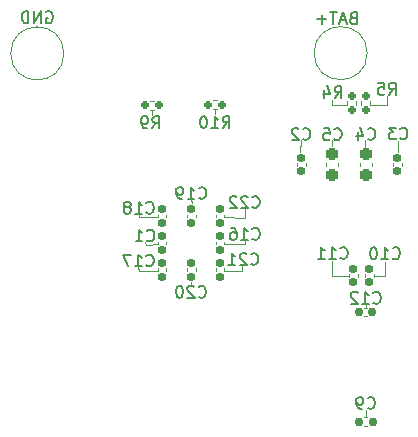
<source format=gbo>
G04 #@! TF.GenerationSoftware,KiCad,Pcbnew,8.0.4*
G04 #@! TF.CreationDate,2024-10-04T10:02:04-04:00*
G04 #@! TF.ProjectId,BlueSTM32,426c7565-5354-44d3-9332-2e6b69636164,rev?*
G04 #@! TF.SameCoordinates,Original*
G04 #@! TF.FileFunction,Legend,Bot*
G04 #@! TF.FilePolarity,Positive*
%FSLAX46Y46*%
G04 Gerber Fmt 4.6, Leading zero omitted, Abs format (unit mm)*
G04 Created by KiCad (PCBNEW 8.0.4) date 2024-10-04 10:02:04*
%MOMM*%
%LPD*%
G01*
G04 APERTURE LIST*
G04 Aperture macros list*
%AMRoundRect*
0 Rectangle with rounded corners*
0 $1 Rounding radius*
0 $2 $3 $4 $5 $6 $7 $8 $9 X,Y pos of 4 corners*
0 Add a 4 corners polygon primitive as box body*
4,1,4,$2,$3,$4,$5,$6,$7,$8,$9,$2,$3,0*
0 Add four circle primitives for the rounded corners*
1,1,$1+$1,$2,$3*
1,1,$1+$1,$4,$5*
1,1,$1+$1,$6,$7*
1,1,$1+$1,$8,$9*
0 Add four rect primitives between the rounded corners*
20,1,$1+$1,$2,$3,$4,$5,0*
20,1,$1+$1,$4,$5,$6,$7,0*
20,1,$1+$1,$6,$7,$8,$9,0*
20,1,$1+$1,$8,$9,$2,$3,0*%
G04 Aperture macros list end*
%ADD10C,0.100000*%
%ADD11C,0.150000*%
%ADD12C,0.120000*%
%ADD13C,0.010000*%
%ADD14C,0.990600*%
%ADD15RoundRect,0.155000X0.155000X-0.212500X0.155000X0.212500X-0.155000X0.212500X-0.155000X-0.212500X0*%
%ADD16RoundRect,0.155000X-0.155000X0.212500X-0.155000X-0.212500X0.155000X-0.212500X0.155000X0.212500X0*%
%ADD17RoundRect,0.237500X0.237500X-0.300000X0.237500X0.300000X-0.237500X0.300000X-0.237500X-0.300000X0*%
%ADD18C,4.000000*%
%ADD19RoundRect,0.160000X-0.160000X0.197500X-0.160000X-0.197500X0.160000X-0.197500X0.160000X0.197500X0*%
%ADD20RoundRect,0.155000X0.212500X0.155000X-0.212500X0.155000X-0.212500X-0.155000X0.212500X-0.155000X0*%
%ADD21RoundRect,0.155000X-0.212500X-0.155000X0.212500X-0.155000X0.212500X0.155000X-0.212500X0.155000X0*%
%ADD22RoundRect,0.160000X0.160000X-0.197500X0.160000X0.197500X-0.160000X0.197500X-0.160000X-0.197500X0*%
%ADD23RoundRect,0.160000X-0.197500X-0.160000X0.197500X-0.160000X0.197500X0.160000X-0.197500X0.160000X0*%
%ADD24RoundRect,0.237500X-0.237500X0.300000X-0.237500X-0.300000X0.237500X-0.300000X0.237500X0.300000X0*%
%ADD25RoundRect,0.160000X0.197500X0.160000X-0.197500X0.160000X-0.197500X-0.160000X0.197500X-0.160000X0*%
G04 APERTURE END LIST*
D10*
X182300000Y-121530000D02*
X182290000Y-122770000D01*
X172370000Y-108680000D02*
X172370000Y-109090000D01*
X179610000Y-111330000D02*
X179600000Y-112290000D01*
X170330000Y-123590000D02*
X170330000Y-123300000D01*
X182290000Y-108290000D02*
X182300000Y-107870000D01*
X174870000Y-120130000D02*
X174880000Y-119760000D01*
X165910000Y-122400000D02*
X165890000Y-122000000D01*
X186950000Y-108300000D02*
X186950000Y-107570000D01*
X167530000Y-117835835D02*
X165910000Y-117840000D01*
X174690000Y-122400000D02*
X174670000Y-121890000D01*
X182270000Y-111280000D02*
X182260000Y-111810000D01*
X185120000Y-125200000D02*
X185132500Y-125492500D01*
X173170000Y-122395835D02*
X174690000Y-122400000D01*
X173170000Y-120125835D02*
X174870000Y-120130000D01*
X182290000Y-122770000D02*
X183720000Y-122770000D01*
X170350000Y-116290000D02*
X170380000Y-116640000D01*
X187880000Y-111410000D02*
X187880000Y-112280000D01*
X185517500Y-108297621D02*
X186950000Y-108300000D01*
X165910000Y-117840000D02*
X165910000Y-117520000D01*
X174900000Y-117850000D02*
X174890000Y-117050000D01*
X185142500Y-134772500D02*
X185150000Y-134180000D01*
X166490000Y-120150000D02*
X166470000Y-119900000D01*
X167540000Y-122395835D02*
X165910000Y-122400000D01*
X186770000Y-122770000D02*
X185800000Y-122770000D01*
X186750000Y-121590000D02*
X186770000Y-122770000D01*
X167005000Y-108780000D02*
X167015000Y-109200000D01*
X167540000Y-120125835D02*
X166490000Y-120150000D01*
X185090000Y-111300000D02*
X185090000Y-111850000D01*
X183547500Y-108287621D02*
X182290000Y-108290000D01*
X173170000Y-117835835D02*
X174900000Y-117850000D01*
D11*
X179806666Y-111179580D02*
X179854285Y-111227200D01*
X179854285Y-111227200D02*
X179997142Y-111274819D01*
X179997142Y-111274819D02*
X180092380Y-111274819D01*
X180092380Y-111274819D02*
X180235237Y-111227200D01*
X180235237Y-111227200D02*
X180330475Y-111131961D01*
X180330475Y-111131961D02*
X180378094Y-111036723D01*
X180378094Y-111036723D02*
X180425713Y-110846247D01*
X180425713Y-110846247D02*
X180425713Y-110703390D01*
X180425713Y-110703390D02*
X180378094Y-110512914D01*
X180378094Y-110512914D02*
X180330475Y-110417676D01*
X180330475Y-110417676D02*
X180235237Y-110322438D01*
X180235237Y-110322438D02*
X180092380Y-110274819D01*
X180092380Y-110274819D02*
X179997142Y-110274819D01*
X179997142Y-110274819D02*
X179854285Y-110322438D01*
X179854285Y-110322438D02*
X179806666Y-110370057D01*
X179425713Y-110370057D02*
X179378094Y-110322438D01*
X179378094Y-110322438D02*
X179282856Y-110274819D01*
X179282856Y-110274819D02*
X179044761Y-110274819D01*
X179044761Y-110274819D02*
X178949523Y-110322438D01*
X178949523Y-110322438D02*
X178901904Y-110370057D01*
X178901904Y-110370057D02*
X178854285Y-110465295D01*
X178854285Y-110465295D02*
X178854285Y-110560533D01*
X178854285Y-110560533D02*
X178901904Y-110703390D01*
X178901904Y-110703390D02*
X179473332Y-111274819D01*
X179473332Y-111274819D02*
X178854285Y-111274819D01*
X166562857Y-117419580D02*
X166610476Y-117467200D01*
X166610476Y-117467200D02*
X166753333Y-117514819D01*
X166753333Y-117514819D02*
X166848571Y-117514819D01*
X166848571Y-117514819D02*
X166991428Y-117467200D01*
X166991428Y-117467200D02*
X167086666Y-117371961D01*
X167086666Y-117371961D02*
X167134285Y-117276723D01*
X167134285Y-117276723D02*
X167181904Y-117086247D01*
X167181904Y-117086247D02*
X167181904Y-116943390D01*
X167181904Y-116943390D02*
X167134285Y-116752914D01*
X167134285Y-116752914D02*
X167086666Y-116657676D01*
X167086666Y-116657676D02*
X166991428Y-116562438D01*
X166991428Y-116562438D02*
X166848571Y-116514819D01*
X166848571Y-116514819D02*
X166753333Y-116514819D01*
X166753333Y-116514819D02*
X166610476Y-116562438D01*
X166610476Y-116562438D02*
X166562857Y-116610057D01*
X165610476Y-117514819D02*
X166181904Y-117514819D01*
X165896190Y-117514819D02*
X165896190Y-116514819D01*
X165896190Y-116514819D02*
X165991428Y-116657676D01*
X165991428Y-116657676D02*
X166086666Y-116752914D01*
X166086666Y-116752914D02*
X166181904Y-116800533D01*
X165039047Y-116943390D02*
X165134285Y-116895771D01*
X165134285Y-116895771D02*
X165181904Y-116848152D01*
X165181904Y-116848152D02*
X165229523Y-116752914D01*
X165229523Y-116752914D02*
X165229523Y-116705295D01*
X165229523Y-116705295D02*
X165181904Y-116610057D01*
X165181904Y-116610057D02*
X165134285Y-116562438D01*
X165134285Y-116562438D02*
X165039047Y-116514819D01*
X165039047Y-116514819D02*
X164848571Y-116514819D01*
X164848571Y-116514819D02*
X164753333Y-116562438D01*
X164753333Y-116562438D02*
X164705714Y-116610057D01*
X164705714Y-116610057D02*
X164658095Y-116705295D01*
X164658095Y-116705295D02*
X164658095Y-116752914D01*
X164658095Y-116752914D02*
X164705714Y-116848152D01*
X164705714Y-116848152D02*
X164753333Y-116895771D01*
X164753333Y-116895771D02*
X164848571Y-116943390D01*
X164848571Y-116943390D02*
X165039047Y-116943390D01*
X165039047Y-116943390D02*
X165134285Y-116991009D01*
X165134285Y-116991009D02*
X165181904Y-117038628D01*
X165181904Y-117038628D02*
X165229523Y-117133866D01*
X165229523Y-117133866D02*
X165229523Y-117324342D01*
X165229523Y-117324342D02*
X165181904Y-117419580D01*
X165181904Y-117419580D02*
X165134285Y-117467200D01*
X165134285Y-117467200D02*
X165039047Y-117514819D01*
X165039047Y-117514819D02*
X164848571Y-117514819D01*
X164848571Y-117514819D02*
X164753333Y-117467200D01*
X164753333Y-117467200D02*
X164705714Y-117419580D01*
X164705714Y-117419580D02*
X164658095Y-117324342D01*
X164658095Y-117324342D02*
X164658095Y-117133866D01*
X164658095Y-117133866D02*
X164705714Y-117038628D01*
X164705714Y-117038628D02*
X164753333Y-116991009D01*
X164753333Y-116991009D02*
X164848571Y-116943390D01*
X170972857Y-124539580D02*
X171020476Y-124587200D01*
X171020476Y-124587200D02*
X171163333Y-124634819D01*
X171163333Y-124634819D02*
X171258571Y-124634819D01*
X171258571Y-124634819D02*
X171401428Y-124587200D01*
X171401428Y-124587200D02*
X171496666Y-124491961D01*
X171496666Y-124491961D02*
X171544285Y-124396723D01*
X171544285Y-124396723D02*
X171591904Y-124206247D01*
X171591904Y-124206247D02*
X171591904Y-124063390D01*
X171591904Y-124063390D02*
X171544285Y-123872914D01*
X171544285Y-123872914D02*
X171496666Y-123777676D01*
X171496666Y-123777676D02*
X171401428Y-123682438D01*
X171401428Y-123682438D02*
X171258571Y-123634819D01*
X171258571Y-123634819D02*
X171163333Y-123634819D01*
X171163333Y-123634819D02*
X171020476Y-123682438D01*
X171020476Y-123682438D02*
X170972857Y-123730057D01*
X170591904Y-123730057D02*
X170544285Y-123682438D01*
X170544285Y-123682438D02*
X170449047Y-123634819D01*
X170449047Y-123634819D02*
X170210952Y-123634819D01*
X170210952Y-123634819D02*
X170115714Y-123682438D01*
X170115714Y-123682438D02*
X170068095Y-123730057D01*
X170068095Y-123730057D02*
X170020476Y-123825295D01*
X170020476Y-123825295D02*
X170020476Y-123920533D01*
X170020476Y-123920533D02*
X170068095Y-124063390D01*
X170068095Y-124063390D02*
X170639523Y-124634819D01*
X170639523Y-124634819D02*
X170020476Y-124634819D01*
X169401428Y-123634819D02*
X169306190Y-123634819D01*
X169306190Y-123634819D02*
X169210952Y-123682438D01*
X169210952Y-123682438D02*
X169163333Y-123730057D01*
X169163333Y-123730057D02*
X169115714Y-123825295D01*
X169115714Y-123825295D02*
X169068095Y-124015771D01*
X169068095Y-124015771D02*
X169068095Y-124253866D01*
X169068095Y-124253866D02*
X169115714Y-124444342D01*
X169115714Y-124444342D02*
X169163333Y-124539580D01*
X169163333Y-124539580D02*
X169210952Y-124587200D01*
X169210952Y-124587200D02*
X169306190Y-124634819D01*
X169306190Y-124634819D02*
X169401428Y-124634819D01*
X169401428Y-124634819D02*
X169496666Y-124587200D01*
X169496666Y-124587200D02*
X169544285Y-124539580D01*
X169544285Y-124539580D02*
X169591904Y-124444342D01*
X169591904Y-124444342D02*
X169639523Y-124253866D01*
X169639523Y-124253866D02*
X169639523Y-124015771D01*
X169639523Y-124015771D02*
X169591904Y-123825295D01*
X169591904Y-123825295D02*
X169544285Y-123730057D01*
X169544285Y-123730057D02*
X169496666Y-123682438D01*
X169496666Y-123682438D02*
X169401428Y-123634819D01*
X166606666Y-119779580D02*
X166654285Y-119827200D01*
X166654285Y-119827200D02*
X166797142Y-119874819D01*
X166797142Y-119874819D02*
X166892380Y-119874819D01*
X166892380Y-119874819D02*
X167035237Y-119827200D01*
X167035237Y-119827200D02*
X167130475Y-119731961D01*
X167130475Y-119731961D02*
X167178094Y-119636723D01*
X167178094Y-119636723D02*
X167225713Y-119446247D01*
X167225713Y-119446247D02*
X167225713Y-119303390D01*
X167225713Y-119303390D02*
X167178094Y-119112914D01*
X167178094Y-119112914D02*
X167130475Y-119017676D01*
X167130475Y-119017676D02*
X167035237Y-118922438D01*
X167035237Y-118922438D02*
X166892380Y-118874819D01*
X166892380Y-118874819D02*
X166797142Y-118874819D01*
X166797142Y-118874819D02*
X166654285Y-118922438D01*
X166654285Y-118922438D02*
X166606666Y-118970057D01*
X165654285Y-119874819D02*
X166225713Y-119874819D01*
X165939999Y-119874819D02*
X165939999Y-118874819D01*
X165939999Y-118874819D02*
X166035237Y-119017676D01*
X166035237Y-119017676D02*
X166130475Y-119112914D01*
X166130475Y-119112914D02*
X166225713Y-119160533D01*
X182466666Y-111199580D02*
X182514285Y-111247200D01*
X182514285Y-111247200D02*
X182657142Y-111294819D01*
X182657142Y-111294819D02*
X182752380Y-111294819D01*
X182752380Y-111294819D02*
X182895237Y-111247200D01*
X182895237Y-111247200D02*
X182990475Y-111151961D01*
X182990475Y-111151961D02*
X183038094Y-111056723D01*
X183038094Y-111056723D02*
X183085713Y-110866247D01*
X183085713Y-110866247D02*
X183085713Y-110723390D01*
X183085713Y-110723390D02*
X183038094Y-110532914D01*
X183038094Y-110532914D02*
X182990475Y-110437676D01*
X182990475Y-110437676D02*
X182895237Y-110342438D01*
X182895237Y-110342438D02*
X182752380Y-110294819D01*
X182752380Y-110294819D02*
X182657142Y-110294819D01*
X182657142Y-110294819D02*
X182514285Y-110342438D01*
X182514285Y-110342438D02*
X182466666Y-110390057D01*
X181561904Y-110294819D02*
X182038094Y-110294819D01*
X182038094Y-110294819D02*
X182085713Y-110771009D01*
X182085713Y-110771009D02*
X182038094Y-110723390D01*
X182038094Y-110723390D02*
X181942856Y-110675771D01*
X181942856Y-110675771D02*
X181704761Y-110675771D01*
X181704761Y-110675771D02*
X181609523Y-110723390D01*
X181609523Y-110723390D02*
X181561904Y-110771009D01*
X181561904Y-110771009D02*
X181514285Y-110866247D01*
X181514285Y-110866247D02*
X181514285Y-111104342D01*
X181514285Y-111104342D02*
X181561904Y-111199580D01*
X181561904Y-111199580D02*
X181609523Y-111247200D01*
X181609523Y-111247200D02*
X181704761Y-111294819D01*
X181704761Y-111294819D02*
X181942856Y-111294819D01*
X181942856Y-111294819D02*
X182038094Y-111247200D01*
X182038094Y-111247200D02*
X182085713Y-111199580D01*
X184057142Y-100931009D02*
X183914285Y-100978628D01*
X183914285Y-100978628D02*
X183866666Y-101026247D01*
X183866666Y-101026247D02*
X183819047Y-101121485D01*
X183819047Y-101121485D02*
X183819047Y-101264342D01*
X183819047Y-101264342D02*
X183866666Y-101359580D01*
X183866666Y-101359580D02*
X183914285Y-101407200D01*
X183914285Y-101407200D02*
X184009523Y-101454819D01*
X184009523Y-101454819D02*
X184390475Y-101454819D01*
X184390475Y-101454819D02*
X184390475Y-100454819D01*
X184390475Y-100454819D02*
X184057142Y-100454819D01*
X184057142Y-100454819D02*
X183961904Y-100502438D01*
X183961904Y-100502438D02*
X183914285Y-100550057D01*
X183914285Y-100550057D02*
X183866666Y-100645295D01*
X183866666Y-100645295D02*
X183866666Y-100740533D01*
X183866666Y-100740533D02*
X183914285Y-100835771D01*
X183914285Y-100835771D02*
X183961904Y-100883390D01*
X183961904Y-100883390D02*
X184057142Y-100931009D01*
X184057142Y-100931009D02*
X184390475Y-100931009D01*
X183438094Y-101169104D02*
X182961904Y-101169104D01*
X183533332Y-101454819D02*
X183199999Y-100454819D01*
X183199999Y-100454819D02*
X182866666Y-101454819D01*
X182676189Y-100454819D02*
X182104761Y-100454819D01*
X182390475Y-101454819D02*
X182390475Y-100454819D01*
X181771427Y-101073866D02*
X181009523Y-101073866D01*
X181390475Y-101454819D02*
X181390475Y-100692914D01*
X166552857Y-121899580D02*
X166600476Y-121947200D01*
X166600476Y-121947200D02*
X166743333Y-121994819D01*
X166743333Y-121994819D02*
X166838571Y-121994819D01*
X166838571Y-121994819D02*
X166981428Y-121947200D01*
X166981428Y-121947200D02*
X167076666Y-121851961D01*
X167076666Y-121851961D02*
X167124285Y-121756723D01*
X167124285Y-121756723D02*
X167171904Y-121566247D01*
X167171904Y-121566247D02*
X167171904Y-121423390D01*
X167171904Y-121423390D02*
X167124285Y-121232914D01*
X167124285Y-121232914D02*
X167076666Y-121137676D01*
X167076666Y-121137676D02*
X166981428Y-121042438D01*
X166981428Y-121042438D02*
X166838571Y-120994819D01*
X166838571Y-120994819D02*
X166743333Y-120994819D01*
X166743333Y-120994819D02*
X166600476Y-121042438D01*
X166600476Y-121042438D02*
X166552857Y-121090057D01*
X165600476Y-121994819D02*
X166171904Y-121994819D01*
X165886190Y-121994819D02*
X165886190Y-120994819D01*
X165886190Y-120994819D02*
X165981428Y-121137676D01*
X165981428Y-121137676D02*
X166076666Y-121232914D01*
X166076666Y-121232914D02*
X166171904Y-121280533D01*
X165267142Y-120994819D02*
X164600476Y-120994819D01*
X164600476Y-120994819D02*
X165029047Y-121994819D01*
X182982857Y-121249580D02*
X183030476Y-121297200D01*
X183030476Y-121297200D02*
X183173333Y-121344819D01*
X183173333Y-121344819D02*
X183268571Y-121344819D01*
X183268571Y-121344819D02*
X183411428Y-121297200D01*
X183411428Y-121297200D02*
X183506666Y-121201961D01*
X183506666Y-121201961D02*
X183554285Y-121106723D01*
X183554285Y-121106723D02*
X183601904Y-120916247D01*
X183601904Y-120916247D02*
X183601904Y-120773390D01*
X183601904Y-120773390D02*
X183554285Y-120582914D01*
X183554285Y-120582914D02*
X183506666Y-120487676D01*
X183506666Y-120487676D02*
X183411428Y-120392438D01*
X183411428Y-120392438D02*
X183268571Y-120344819D01*
X183268571Y-120344819D02*
X183173333Y-120344819D01*
X183173333Y-120344819D02*
X183030476Y-120392438D01*
X183030476Y-120392438D02*
X182982857Y-120440057D01*
X182030476Y-121344819D02*
X182601904Y-121344819D01*
X182316190Y-121344819D02*
X182316190Y-120344819D01*
X182316190Y-120344819D02*
X182411428Y-120487676D01*
X182411428Y-120487676D02*
X182506666Y-120582914D01*
X182506666Y-120582914D02*
X182601904Y-120630533D01*
X181078095Y-121344819D02*
X181649523Y-121344819D01*
X181363809Y-121344819D02*
X181363809Y-120344819D01*
X181363809Y-120344819D02*
X181459047Y-120487676D01*
X181459047Y-120487676D02*
X181554285Y-120582914D01*
X181554285Y-120582914D02*
X181649523Y-120630533D01*
X182496666Y-107714819D02*
X182829999Y-107238628D01*
X183068094Y-107714819D02*
X183068094Y-106714819D01*
X183068094Y-106714819D02*
X182687142Y-106714819D01*
X182687142Y-106714819D02*
X182591904Y-106762438D01*
X182591904Y-106762438D02*
X182544285Y-106810057D01*
X182544285Y-106810057D02*
X182496666Y-106905295D01*
X182496666Y-106905295D02*
X182496666Y-107048152D01*
X182496666Y-107048152D02*
X182544285Y-107143390D01*
X182544285Y-107143390D02*
X182591904Y-107191009D01*
X182591904Y-107191009D02*
X182687142Y-107238628D01*
X182687142Y-107238628D02*
X183068094Y-107238628D01*
X181639523Y-107048152D02*
X181639523Y-107714819D01*
X181877618Y-106667200D02*
X182115713Y-107381485D01*
X182115713Y-107381485D02*
X181496666Y-107381485D01*
X188046666Y-111149580D02*
X188094285Y-111197200D01*
X188094285Y-111197200D02*
X188237142Y-111244819D01*
X188237142Y-111244819D02*
X188332380Y-111244819D01*
X188332380Y-111244819D02*
X188475237Y-111197200D01*
X188475237Y-111197200D02*
X188570475Y-111101961D01*
X188570475Y-111101961D02*
X188618094Y-111006723D01*
X188618094Y-111006723D02*
X188665713Y-110816247D01*
X188665713Y-110816247D02*
X188665713Y-110673390D01*
X188665713Y-110673390D02*
X188618094Y-110482914D01*
X188618094Y-110482914D02*
X188570475Y-110387676D01*
X188570475Y-110387676D02*
X188475237Y-110292438D01*
X188475237Y-110292438D02*
X188332380Y-110244819D01*
X188332380Y-110244819D02*
X188237142Y-110244819D01*
X188237142Y-110244819D02*
X188094285Y-110292438D01*
X188094285Y-110292438D02*
X188046666Y-110340057D01*
X187713332Y-110244819D02*
X187094285Y-110244819D01*
X187094285Y-110244819D02*
X187427618Y-110625771D01*
X187427618Y-110625771D02*
X187284761Y-110625771D01*
X187284761Y-110625771D02*
X187189523Y-110673390D01*
X187189523Y-110673390D02*
X187141904Y-110721009D01*
X187141904Y-110721009D02*
X187094285Y-110816247D01*
X187094285Y-110816247D02*
X187094285Y-111054342D01*
X187094285Y-111054342D02*
X187141904Y-111149580D01*
X187141904Y-111149580D02*
X187189523Y-111197200D01*
X187189523Y-111197200D02*
X187284761Y-111244819D01*
X187284761Y-111244819D02*
X187570475Y-111244819D01*
X187570475Y-111244819D02*
X187665713Y-111197200D01*
X187665713Y-111197200D02*
X187713332Y-111149580D01*
X171012857Y-116189580D02*
X171060476Y-116237200D01*
X171060476Y-116237200D02*
X171203333Y-116284819D01*
X171203333Y-116284819D02*
X171298571Y-116284819D01*
X171298571Y-116284819D02*
X171441428Y-116237200D01*
X171441428Y-116237200D02*
X171536666Y-116141961D01*
X171536666Y-116141961D02*
X171584285Y-116046723D01*
X171584285Y-116046723D02*
X171631904Y-115856247D01*
X171631904Y-115856247D02*
X171631904Y-115713390D01*
X171631904Y-115713390D02*
X171584285Y-115522914D01*
X171584285Y-115522914D02*
X171536666Y-115427676D01*
X171536666Y-115427676D02*
X171441428Y-115332438D01*
X171441428Y-115332438D02*
X171298571Y-115284819D01*
X171298571Y-115284819D02*
X171203333Y-115284819D01*
X171203333Y-115284819D02*
X171060476Y-115332438D01*
X171060476Y-115332438D02*
X171012857Y-115380057D01*
X170060476Y-116284819D02*
X170631904Y-116284819D01*
X170346190Y-116284819D02*
X170346190Y-115284819D01*
X170346190Y-115284819D02*
X170441428Y-115427676D01*
X170441428Y-115427676D02*
X170536666Y-115522914D01*
X170536666Y-115522914D02*
X170631904Y-115570533D01*
X169584285Y-116284819D02*
X169393809Y-116284819D01*
X169393809Y-116284819D02*
X169298571Y-116237200D01*
X169298571Y-116237200D02*
X169250952Y-116189580D01*
X169250952Y-116189580D02*
X169155714Y-116046723D01*
X169155714Y-116046723D02*
X169108095Y-115856247D01*
X169108095Y-115856247D02*
X169108095Y-115475295D01*
X169108095Y-115475295D02*
X169155714Y-115380057D01*
X169155714Y-115380057D02*
X169203333Y-115332438D01*
X169203333Y-115332438D02*
X169298571Y-115284819D01*
X169298571Y-115284819D02*
X169489047Y-115284819D01*
X169489047Y-115284819D02*
X169584285Y-115332438D01*
X169584285Y-115332438D02*
X169631904Y-115380057D01*
X169631904Y-115380057D02*
X169679523Y-115475295D01*
X169679523Y-115475295D02*
X169679523Y-115713390D01*
X169679523Y-115713390D02*
X169631904Y-115808628D01*
X169631904Y-115808628D02*
X169584285Y-115856247D01*
X169584285Y-115856247D02*
X169489047Y-115903866D01*
X169489047Y-115903866D02*
X169298571Y-115903866D01*
X169298571Y-115903866D02*
X169203333Y-115856247D01*
X169203333Y-115856247D02*
X169155714Y-115808628D01*
X169155714Y-115808628D02*
X169108095Y-115713390D01*
X158081904Y-100442438D02*
X158177142Y-100394819D01*
X158177142Y-100394819D02*
X158319999Y-100394819D01*
X158319999Y-100394819D02*
X158462856Y-100442438D01*
X158462856Y-100442438D02*
X158558094Y-100537676D01*
X158558094Y-100537676D02*
X158605713Y-100632914D01*
X158605713Y-100632914D02*
X158653332Y-100823390D01*
X158653332Y-100823390D02*
X158653332Y-100966247D01*
X158653332Y-100966247D02*
X158605713Y-101156723D01*
X158605713Y-101156723D02*
X158558094Y-101251961D01*
X158558094Y-101251961D02*
X158462856Y-101347200D01*
X158462856Y-101347200D02*
X158319999Y-101394819D01*
X158319999Y-101394819D02*
X158224761Y-101394819D01*
X158224761Y-101394819D02*
X158081904Y-101347200D01*
X158081904Y-101347200D02*
X158034285Y-101299580D01*
X158034285Y-101299580D02*
X158034285Y-100966247D01*
X158034285Y-100966247D02*
X158224761Y-100966247D01*
X157605713Y-101394819D02*
X157605713Y-100394819D01*
X157605713Y-100394819D02*
X157034285Y-101394819D01*
X157034285Y-101394819D02*
X157034285Y-100394819D01*
X156558094Y-101394819D02*
X156558094Y-100394819D01*
X156558094Y-100394819D02*
X156319999Y-100394819D01*
X156319999Y-100394819D02*
X156177142Y-100442438D01*
X156177142Y-100442438D02*
X156081904Y-100537676D01*
X156081904Y-100537676D02*
X156034285Y-100632914D01*
X156034285Y-100632914D02*
X155986666Y-100823390D01*
X155986666Y-100823390D02*
X155986666Y-100966247D01*
X155986666Y-100966247D02*
X156034285Y-101156723D01*
X156034285Y-101156723D02*
X156081904Y-101251961D01*
X156081904Y-101251961D02*
X156177142Y-101347200D01*
X156177142Y-101347200D02*
X156319999Y-101394819D01*
X156319999Y-101394819D02*
X156558094Y-101394819D01*
X175522857Y-116939580D02*
X175570476Y-116987200D01*
X175570476Y-116987200D02*
X175713333Y-117034819D01*
X175713333Y-117034819D02*
X175808571Y-117034819D01*
X175808571Y-117034819D02*
X175951428Y-116987200D01*
X175951428Y-116987200D02*
X176046666Y-116891961D01*
X176046666Y-116891961D02*
X176094285Y-116796723D01*
X176094285Y-116796723D02*
X176141904Y-116606247D01*
X176141904Y-116606247D02*
X176141904Y-116463390D01*
X176141904Y-116463390D02*
X176094285Y-116272914D01*
X176094285Y-116272914D02*
X176046666Y-116177676D01*
X176046666Y-116177676D02*
X175951428Y-116082438D01*
X175951428Y-116082438D02*
X175808571Y-116034819D01*
X175808571Y-116034819D02*
X175713333Y-116034819D01*
X175713333Y-116034819D02*
X175570476Y-116082438D01*
X175570476Y-116082438D02*
X175522857Y-116130057D01*
X175141904Y-116130057D02*
X175094285Y-116082438D01*
X175094285Y-116082438D02*
X174999047Y-116034819D01*
X174999047Y-116034819D02*
X174760952Y-116034819D01*
X174760952Y-116034819D02*
X174665714Y-116082438D01*
X174665714Y-116082438D02*
X174618095Y-116130057D01*
X174618095Y-116130057D02*
X174570476Y-116225295D01*
X174570476Y-116225295D02*
X174570476Y-116320533D01*
X174570476Y-116320533D02*
X174618095Y-116463390D01*
X174618095Y-116463390D02*
X175189523Y-117034819D01*
X175189523Y-117034819D02*
X174570476Y-117034819D01*
X174189523Y-116130057D02*
X174141904Y-116082438D01*
X174141904Y-116082438D02*
X174046666Y-116034819D01*
X174046666Y-116034819D02*
X173808571Y-116034819D01*
X173808571Y-116034819D02*
X173713333Y-116082438D01*
X173713333Y-116082438D02*
X173665714Y-116130057D01*
X173665714Y-116130057D02*
X173618095Y-116225295D01*
X173618095Y-116225295D02*
X173618095Y-116320533D01*
X173618095Y-116320533D02*
X173665714Y-116463390D01*
X173665714Y-116463390D02*
X174237142Y-117034819D01*
X174237142Y-117034819D02*
X173618095Y-117034819D01*
X175532857Y-119629580D02*
X175580476Y-119677200D01*
X175580476Y-119677200D02*
X175723333Y-119724819D01*
X175723333Y-119724819D02*
X175818571Y-119724819D01*
X175818571Y-119724819D02*
X175961428Y-119677200D01*
X175961428Y-119677200D02*
X176056666Y-119581961D01*
X176056666Y-119581961D02*
X176104285Y-119486723D01*
X176104285Y-119486723D02*
X176151904Y-119296247D01*
X176151904Y-119296247D02*
X176151904Y-119153390D01*
X176151904Y-119153390D02*
X176104285Y-118962914D01*
X176104285Y-118962914D02*
X176056666Y-118867676D01*
X176056666Y-118867676D02*
X175961428Y-118772438D01*
X175961428Y-118772438D02*
X175818571Y-118724819D01*
X175818571Y-118724819D02*
X175723333Y-118724819D01*
X175723333Y-118724819D02*
X175580476Y-118772438D01*
X175580476Y-118772438D02*
X175532857Y-118820057D01*
X174580476Y-119724819D02*
X175151904Y-119724819D01*
X174866190Y-119724819D02*
X174866190Y-118724819D01*
X174866190Y-118724819D02*
X174961428Y-118867676D01*
X174961428Y-118867676D02*
X175056666Y-118962914D01*
X175056666Y-118962914D02*
X175151904Y-119010533D01*
X173723333Y-118724819D02*
X173913809Y-118724819D01*
X173913809Y-118724819D02*
X174009047Y-118772438D01*
X174009047Y-118772438D02*
X174056666Y-118820057D01*
X174056666Y-118820057D02*
X174151904Y-118962914D01*
X174151904Y-118962914D02*
X174199523Y-119153390D01*
X174199523Y-119153390D02*
X174199523Y-119534342D01*
X174199523Y-119534342D02*
X174151904Y-119629580D01*
X174151904Y-119629580D02*
X174104285Y-119677200D01*
X174104285Y-119677200D02*
X174009047Y-119724819D01*
X174009047Y-119724819D02*
X173818571Y-119724819D01*
X173818571Y-119724819D02*
X173723333Y-119677200D01*
X173723333Y-119677200D02*
X173675714Y-119629580D01*
X173675714Y-119629580D02*
X173628095Y-119534342D01*
X173628095Y-119534342D02*
X173628095Y-119296247D01*
X173628095Y-119296247D02*
X173675714Y-119201009D01*
X173675714Y-119201009D02*
X173723333Y-119153390D01*
X173723333Y-119153390D02*
X173818571Y-119105771D01*
X173818571Y-119105771D02*
X174009047Y-119105771D01*
X174009047Y-119105771D02*
X174104285Y-119153390D01*
X174104285Y-119153390D02*
X174151904Y-119201009D01*
X174151904Y-119201009D02*
X174199523Y-119296247D01*
X185775357Y-125052080D02*
X185822976Y-125099700D01*
X185822976Y-125099700D02*
X185965833Y-125147319D01*
X185965833Y-125147319D02*
X186061071Y-125147319D01*
X186061071Y-125147319D02*
X186203928Y-125099700D01*
X186203928Y-125099700D02*
X186299166Y-125004461D01*
X186299166Y-125004461D02*
X186346785Y-124909223D01*
X186346785Y-124909223D02*
X186394404Y-124718747D01*
X186394404Y-124718747D02*
X186394404Y-124575890D01*
X186394404Y-124575890D02*
X186346785Y-124385414D01*
X186346785Y-124385414D02*
X186299166Y-124290176D01*
X186299166Y-124290176D02*
X186203928Y-124194938D01*
X186203928Y-124194938D02*
X186061071Y-124147319D01*
X186061071Y-124147319D02*
X185965833Y-124147319D01*
X185965833Y-124147319D02*
X185822976Y-124194938D01*
X185822976Y-124194938D02*
X185775357Y-124242557D01*
X184822976Y-125147319D02*
X185394404Y-125147319D01*
X185108690Y-125147319D02*
X185108690Y-124147319D01*
X185108690Y-124147319D02*
X185203928Y-124290176D01*
X185203928Y-124290176D02*
X185299166Y-124385414D01*
X185299166Y-124385414D02*
X185394404Y-124433033D01*
X184442023Y-124242557D02*
X184394404Y-124194938D01*
X184394404Y-124194938D02*
X184299166Y-124147319D01*
X184299166Y-124147319D02*
X184061071Y-124147319D01*
X184061071Y-124147319D02*
X183965833Y-124194938D01*
X183965833Y-124194938D02*
X183918214Y-124242557D01*
X183918214Y-124242557D02*
X183870595Y-124337795D01*
X183870595Y-124337795D02*
X183870595Y-124433033D01*
X183870595Y-124433033D02*
X183918214Y-124575890D01*
X183918214Y-124575890D02*
X184489642Y-125147319D01*
X184489642Y-125147319D02*
X183870595Y-125147319D01*
X185296666Y-133969580D02*
X185344285Y-134017200D01*
X185344285Y-134017200D02*
X185487142Y-134064819D01*
X185487142Y-134064819D02*
X185582380Y-134064819D01*
X185582380Y-134064819D02*
X185725237Y-134017200D01*
X185725237Y-134017200D02*
X185820475Y-133921961D01*
X185820475Y-133921961D02*
X185868094Y-133826723D01*
X185868094Y-133826723D02*
X185915713Y-133636247D01*
X185915713Y-133636247D02*
X185915713Y-133493390D01*
X185915713Y-133493390D02*
X185868094Y-133302914D01*
X185868094Y-133302914D02*
X185820475Y-133207676D01*
X185820475Y-133207676D02*
X185725237Y-133112438D01*
X185725237Y-133112438D02*
X185582380Y-133064819D01*
X185582380Y-133064819D02*
X185487142Y-133064819D01*
X185487142Y-133064819D02*
X185344285Y-133112438D01*
X185344285Y-133112438D02*
X185296666Y-133160057D01*
X184820475Y-134064819D02*
X184629999Y-134064819D01*
X184629999Y-134064819D02*
X184534761Y-134017200D01*
X184534761Y-134017200D02*
X184487142Y-133969580D01*
X184487142Y-133969580D02*
X184391904Y-133826723D01*
X184391904Y-133826723D02*
X184344285Y-133636247D01*
X184344285Y-133636247D02*
X184344285Y-133255295D01*
X184344285Y-133255295D02*
X184391904Y-133160057D01*
X184391904Y-133160057D02*
X184439523Y-133112438D01*
X184439523Y-133112438D02*
X184534761Y-133064819D01*
X184534761Y-133064819D02*
X184725237Y-133064819D01*
X184725237Y-133064819D02*
X184820475Y-133112438D01*
X184820475Y-133112438D02*
X184868094Y-133160057D01*
X184868094Y-133160057D02*
X184915713Y-133255295D01*
X184915713Y-133255295D02*
X184915713Y-133493390D01*
X184915713Y-133493390D02*
X184868094Y-133588628D01*
X184868094Y-133588628D02*
X184820475Y-133636247D01*
X184820475Y-133636247D02*
X184725237Y-133683866D01*
X184725237Y-133683866D02*
X184534761Y-133683866D01*
X184534761Y-133683866D02*
X184439523Y-133636247D01*
X184439523Y-133636247D02*
X184391904Y-133588628D01*
X184391904Y-133588628D02*
X184344285Y-133493390D01*
X187086666Y-107454819D02*
X187419999Y-106978628D01*
X187658094Y-107454819D02*
X187658094Y-106454819D01*
X187658094Y-106454819D02*
X187277142Y-106454819D01*
X187277142Y-106454819D02*
X187181904Y-106502438D01*
X187181904Y-106502438D02*
X187134285Y-106550057D01*
X187134285Y-106550057D02*
X187086666Y-106645295D01*
X187086666Y-106645295D02*
X187086666Y-106788152D01*
X187086666Y-106788152D02*
X187134285Y-106883390D01*
X187134285Y-106883390D02*
X187181904Y-106931009D01*
X187181904Y-106931009D02*
X187277142Y-106978628D01*
X187277142Y-106978628D02*
X187658094Y-106978628D01*
X186181904Y-106454819D02*
X186658094Y-106454819D01*
X186658094Y-106454819D02*
X186705713Y-106931009D01*
X186705713Y-106931009D02*
X186658094Y-106883390D01*
X186658094Y-106883390D02*
X186562856Y-106835771D01*
X186562856Y-106835771D02*
X186324761Y-106835771D01*
X186324761Y-106835771D02*
X186229523Y-106883390D01*
X186229523Y-106883390D02*
X186181904Y-106931009D01*
X186181904Y-106931009D02*
X186134285Y-107026247D01*
X186134285Y-107026247D02*
X186134285Y-107264342D01*
X186134285Y-107264342D02*
X186181904Y-107359580D01*
X186181904Y-107359580D02*
X186229523Y-107407200D01*
X186229523Y-107407200D02*
X186324761Y-107454819D01*
X186324761Y-107454819D02*
X186562856Y-107454819D01*
X186562856Y-107454819D02*
X186658094Y-107407200D01*
X186658094Y-107407200D02*
X186705713Y-107359580D01*
X173012857Y-110274819D02*
X173346190Y-109798628D01*
X173584285Y-110274819D02*
X173584285Y-109274819D01*
X173584285Y-109274819D02*
X173203333Y-109274819D01*
X173203333Y-109274819D02*
X173108095Y-109322438D01*
X173108095Y-109322438D02*
X173060476Y-109370057D01*
X173060476Y-109370057D02*
X173012857Y-109465295D01*
X173012857Y-109465295D02*
X173012857Y-109608152D01*
X173012857Y-109608152D02*
X173060476Y-109703390D01*
X173060476Y-109703390D02*
X173108095Y-109751009D01*
X173108095Y-109751009D02*
X173203333Y-109798628D01*
X173203333Y-109798628D02*
X173584285Y-109798628D01*
X172060476Y-110274819D02*
X172631904Y-110274819D01*
X172346190Y-110274819D02*
X172346190Y-109274819D01*
X172346190Y-109274819D02*
X172441428Y-109417676D01*
X172441428Y-109417676D02*
X172536666Y-109512914D01*
X172536666Y-109512914D02*
X172631904Y-109560533D01*
X171441428Y-109274819D02*
X171346190Y-109274819D01*
X171346190Y-109274819D02*
X171250952Y-109322438D01*
X171250952Y-109322438D02*
X171203333Y-109370057D01*
X171203333Y-109370057D02*
X171155714Y-109465295D01*
X171155714Y-109465295D02*
X171108095Y-109655771D01*
X171108095Y-109655771D02*
X171108095Y-109893866D01*
X171108095Y-109893866D02*
X171155714Y-110084342D01*
X171155714Y-110084342D02*
X171203333Y-110179580D01*
X171203333Y-110179580D02*
X171250952Y-110227200D01*
X171250952Y-110227200D02*
X171346190Y-110274819D01*
X171346190Y-110274819D02*
X171441428Y-110274819D01*
X171441428Y-110274819D02*
X171536666Y-110227200D01*
X171536666Y-110227200D02*
X171584285Y-110179580D01*
X171584285Y-110179580D02*
X171631904Y-110084342D01*
X171631904Y-110084342D02*
X171679523Y-109893866D01*
X171679523Y-109893866D02*
X171679523Y-109655771D01*
X171679523Y-109655771D02*
X171631904Y-109465295D01*
X171631904Y-109465295D02*
X171584285Y-109370057D01*
X171584285Y-109370057D02*
X171536666Y-109322438D01*
X171536666Y-109322438D02*
X171441428Y-109274819D01*
X185306666Y-111179580D02*
X185354285Y-111227200D01*
X185354285Y-111227200D02*
X185497142Y-111274819D01*
X185497142Y-111274819D02*
X185592380Y-111274819D01*
X185592380Y-111274819D02*
X185735237Y-111227200D01*
X185735237Y-111227200D02*
X185830475Y-111131961D01*
X185830475Y-111131961D02*
X185878094Y-111036723D01*
X185878094Y-111036723D02*
X185925713Y-110846247D01*
X185925713Y-110846247D02*
X185925713Y-110703390D01*
X185925713Y-110703390D02*
X185878094Y-110512914D01*
X185878094Y-110512914D02*
X185830475Y-110417676D01*
X185830475Y-110417676D02*
X185735237Y-110322438D01*
X185735237Y-110322438D02*
X185592380Y-110274819D01*
X185592380Y-110274819D02*
X185497142Y-110274819D01*
X185497142Y-110274819D02*
X185354285Y-110322438D01*
X185354285Y-110322438D02*
X185306666Y-110370057D01*
X184449523Y-110608152D02*
X184449523Y-111274819D01*
X184687618Y-110227200D02*
X184925713Y-110941485D01*
X184925713Y-110941485D02*
X184306666Y-110941485D01*
X187402857Y-121279580D02*
X187450476Y-121327200D01*
X187450476Y-121327200D02*
X187593333Y-121374819D01*
X187593333Y-121374819D02*
X187688571Y-121374819D01*
X187688571Y-121374819D02*
X187831428Y-121327200D01*
X187831428Y-121327200D02*
X187926666Y-121231961D01*
X187926666Y-121231961D02*
X187974285Y-121136723D01*
X187974285Y-121136723D02*
X188021904Y-120946247D01*
X188021904Y-120946247D02*
X188021904Y-120803390D01*
X188021904Y-120803390D02*
X187974285Y-120612914D01*
X187974285Y-120612914D02*
X187926666Y-120517676D01*
X187926666Y-120517676D02*
X187831428Y-120422438D01*
X187831428Y-120422438D02*
X187688571Y-120374819D01*
X187688571Y-120374819D02*
X187593333Y-120374819D01*
X187593333Y-120374819D02*
X187450476Y-120422438D01*
X187450476Y-120422438D02*
X187402857Y-120470057D01*
X186450476Y-121374819D02*
X187021904Y-121374819D01*
X186736190Y-121374819D02*
X186736190Y-120374819D01*
X186736190Y-120374819D02*
X186831428Y-120517676D01*
X186831428Y-120517676D02*
X186926666Y-120612914D01*
X186926666Y-120612914D02*
X187021904Y-120660533D01*
X185831428Y-120374819D02*
X185736190Y-120374819D01*
X185736190Y-120374819D02*
X185640952Y-120422438D01*
X185640952Y-120422438D02*
X185593333Y-120470057D01*
X185593333Y-120470057D02*
X185545714Y-120565295D01*
X185545714Y-120565295D02*
X185498095Y-120755771D01*
X185498095Y-120755771D02*
X185498095Y-120993866D01*
X185498095Y-120993866D02*
X185545714Y-121184342D01*
X185545714Y-121184342D02*
X185593333Y-121279580D01*
X185593333Y-121279580D02*
X185640952Y-121327200D01*
X185640952Y-121327200D02*
X185736190Y-121374819D01*
X185736190Y-121374819D02*
X185831428Y-121374819D01*
X185831428Y-121374819D02*
X185926666Y-121327200D01*
X185926666Y-121327200D02*
X185974285Y-121279580D01*
X185974285Y-121279580D02*
X186021904Y-121184342D01*
X186021904Y-121184342D02*
X186069523Y-120993866D01*
X186069523Y-120993866D02*
X186069523Y-120755771D01*
X186069523Y-120755771D02*
X186021904Y-120565295D01*
X186021904Y-120565295D02*
X185974285Y-120470057D01*
X185974285Y-120470057D02*
X185926666Y-120422438D01*
X185926666Y-120422438D02*
X185831428Y-120374819D01*
X167076666Y-110294819D02*
X167409999Y-109818628D01*
X167648094Y-110294819D02*
X167648094Y-109294819D01*
X167648094Y-109294819D02*
X167267142Y-109294819D01*
X167267142Y-109294819D02*
X167171904Y-109342438D01*
X167171904Y-109342438D02*
X167124285Y-109390057D01*
X167124285Y-109390057D02*
X167076666Y-109485295D01*
X167076666Y-109485295D02*
X167076666Y-109628152D01*
X167076666Y-109628152D02*
X167124285Y-109723390D01*
X167124285Y-109723390D02*
X167171904Y-109771009D01*
X167171904Y-109771009D02*
X167267142Y-109818628D01*
X167267142Y-109818628D02*
X167648094Y-109818628D01*
X166600475Y-110294819D02*
X166409999Y-110294819D01*
X166409999Y-110294819D02*
X166314761Y-110247200D01*
X166314761Y-110247200D02*
X166267142Y-110199580D01*
X166267142Y-110199580D02*
X166171904Y-110056723D01*
X166171904Y-110056723D02*
X166124285Y-109866247D01*
X166124285Y-109866247D02*
X166124285Y-109485295D01*
X166124285Y-109485295D02*
X166171904Y-109390057D01*
X166171904Y-109390057D02*
X166219523Y-109342438D01*
X166219523Y-109342438D02*
X166314761Y-109294819D01*
X166314761Y-109294819D02*
X166505237Y-109294819D01*
X166505237Y-109294819D02*
X166600475Y-109342438D01*
X166600475Y-109342438D02*
X166648094Y-109390057D01*
X166648094Y-109390057D02*
X166695713Y-109485295D01*
X166695713Y-109485295D02*
X166695713Y-109723390D01*
X166695713Y-109723390D02*
X166648094Y-109818628D01*
X166648094Y-109818628D02*
X166600475Y-109866247D01*
X166600475Y-109866247D02*
X166505237Y-109913866D01*
X166505237Y-109913866D02*
X166314761Y-109913866D01*
X166314761Y-109913866D02*
X166219523Y-109866247D01*
X166219523Y-109866247D02*
X166171904Y-109818628D01*
X166171904Y-109818628D02*
X166124285Y-109723390D01*
X175412857Y-121759580D02*
X175460476Y-121807200D01*
X175460476Y-121807200D02*
X175603333Y-121854819D01*
X175603333Y-121854819D02*
X175698571Y-121854819D01*
X175698571Y-121854819D02*
X175841428Y-121807200D01*
X175841428Y-121807200D02*
X175936666Y-121711961D01*
X175936666Y-121711961D02*
X175984285Y-121616723D01*
X175984285Y-121616723D02*
X176031904Y-121426247D01*
X176031904Y-121426247D02*
X176031904Y-121283390D01*
X176031904Y-121283390D02*
X175984285Y-121092914D01*
X175984285Y-121092914D02*
X175936666Y-120997676D01*
X175936666Y-120997676D02*
X175841428Y-120902438D01*
X175841428Y-120902438D02*
X175698571Y-120854819D01*
X175698571Y-120854819D02*
X175603333Y-120854819D01*
X175603333Y-120854819D02*
X175460476Y-120902438D01*
X175460476Y-120902438D02*
X175412857Y-120950057D01*
X175031904Y-120950057D02*
X174984285Y-120902438D01*
X174984285Y-120902438D02*
X174889047Y-120854819D01*
X174889047Y-120854819D02*
X174650952Y-120854819D01*
X174650952Y-120854819D02*
X174555714Y-120902438D01*
X174555714Y-120902438D02*
X174508095Y-120950057D01*
X174508095Y-120950057D02*
X174460476Y-121045295D01*
X174460476Y-121045295D02*
X174460476Y-121140533D01*
X174460476Y-121140533D02*
X174508095Y-121283390D01*
X174508095Y-121283390D02*
X175079523Y-121854819D01*
X175079523Y-121854819D02*
X174460476Y-121854819D01*
X173508095Y-121854819D02*
X174079523Y-121854819D01*
X173793809Y-121854819D02*
X173793809Y-120854819D01*
X173793809Y-120854819D02*
X173889047Y-120997676D01*
X173889047Y-120997676D02*
X173984285Y-121092914D01*
X173984285Y-121092914D02*
X174079523Y-121140533D01*
D12*
X179332500Y-113244165D02*
X179332500Y-113475835D01*
X180052500Y-113244165D02*
X180052500Y-113475835D01*
X167530000Y-117835835D02*
X167530000Y-117604165D01*
X168250000Y-117835835D02*
X168250000Y-117604165D01*
X170010000Y-122164165D02*
X170010000Y-122395835D01*
X170730000Y-122164165D02*
X170730000Y-122395835D01*
X167540000Y-120125835D02*
X167540000Y-119894165D01*
X168260000Y-120125835D02*
X168260000Y-119894165D01*
X181742500Y-113213733D02*
X181742500Y-113506267D01*
X182762500Y-113213733D02*
X182762500Y-113506267D01*
X185260000Y-103930000D02*
G75*
G02*
X180760000Y-103930000I-2250000J0D01*
G01*
X180760000Y-103930000D02*
G75*
G02*
X185260000Y-103930000I2250000J0D01*
G01*
X167540000Y-122164165D02*
X167540000Y-122395835D01*
X168260000Y-122164165D02*
X168260000Y-122395835D01*
X183720000Y-122885835D02*
X183720000Y-122654165D01*
X184440000Y-122885835D02*
X184440000Y-122654165D01*
X183547500Y-108287621D02*
X183547500Y-107952379D01*
X184307500Y-108287621D02*
X184307500Y-107952379D01*
X187442500Y-113485835D02*
X187442500Y-113254165D01*
X188162500Y-113485835D02*
X188162500Y-113254165D01*
X170010000Y-117845835D02*
X170010000Y-117614165D01*
X170730000Y-117845835D02*
X170730000Y-117614165D01*
X159570000Y-103960000D02*
G75*
G02*
X155070000Y-103960000I-2250000J0D01*
G01*
X155070000Y-103960000D02*
G75*
G02*
X159570000Y-103960000I2250000J0D01*
G01*
X172450000Y-117835835D02*
X172450000Y-117604165D01*
X173170000Y-117835835D02*
X173170000Y-117604165D01*
X172450000Y-120125835D02*
X172450000Y-119894165D01*
X173170000Y-120125835D02*
X173170000Y-119894165D01*
X185016665Y-125492500D02*
X185248335Y-125492500D01*
X185016665Y-126212500D02*
X185248335Y-126212500D01*
X185258335Y-134772500D02*
X185026665Y-134772500D01*
X185258335Y-135492500D02*
X185026665Y-135492500D01*
X184757500Y-107962379D02*
X184757500Y-108297621D01*
X185517500Y-107962379D02*
X185517500Y-108297621D01*
X172537621Y-107920000D02*
X172202379Y-107920000D01*
X172537621Y-108680000D02*
X172202379Y-108680000D01*
X184652500Y-113506267D02*
X184652500Y-113213733D01*
X185672500Y-113506267D02*
X185672500Y-113213733D01*
X185080000Y-122885835D02*
X185080000Y-122654165D01*
X185800000Y-122885835D02*
X185800000Y-122654165D01*
X166882379Y-107960000D02*
X167217621Y-107960000D01*
X166882379Y-108720000D02*
X167217621Y-108720000D01*
X172450000Y-122164165D02*
X172450000Y-122395835D01*
X173170000Y-122164165D02*
X173170000Y-122395835D01*
%LPC*%
D13*
X175601000Y-104601000D02*
X175633000Y-104603000D01*
X175664000Y-104607000D01*
X175695000Y-104613000D01*
X175725000Y-104620000D01*
X175755000Y-104629000D01*
X175785000Y-104640000D01*
X175814000Y-104652000D01*
X175842000Y-104665000D01*
X175870000Y-104680000D01*
X175897000Y-104697000D01*
X175923000Y-104715000D01*
X175948000Y-104734000D01*
X175971000Y-104754000D01*
X175994000Y-104776000D01*
X176016000Y-104799000D01*
X176036000Y-104822000D01*
X176055000Y-104847000D01*
X176073000Y-104873000D01*
X176090000Y-104900000D01*
X176105000Y-104928000D01*
X176118000Y-104956000D01*
X176130000Y-104985000D01*
X176141000Y-105015000D01*
X176150000Y-105045000D01*
X176157000Y-105075000D01*
X176163000Y-105106000D01*
X176167000Y-105137000D01*
X176169000Y-105169000D01*
X176170000Y-105200000D01*
X176170000Y-106000000D01*
X176169000Y-106031000D01*
X176167000Y-106063000D01*
X176163000Y-106094000D01*
X176157000Y-106125000D01*
X176150000Y-106155000D01*
X176141000Y-106185000D01*
X176130000Y-106215000D01*
X176118000Y-106244000D01*
X176105000Y-106272000D01*
X176090000Y-106300000D01*
X176073000Y-106327000D01*
X176055000Y-106353000D01*
X176036000Y-106378000D01*
X176016000Y-106401000D01*
X175994000Y-106424000D01*
X175971000Y-106446000D01*
X175948000Y-106466000D01*
X175923000Y-106485000D01*
X175897000Y-106503000D01*
X175870000Y-106520000D01*
X175842000Y-106535000D01*
X175814000Y-106548000D01*
X175785000Y-106560000D01*
X175755000Y-106571000D01*
X175725000Y-106580000D01*
X175695000Y-106587000D01*
X175664000Y-106593000D01*
X175633000Y-106597000D01*
X175601000Y-106599000D01*
X175570000Y-106600000D01*
X175539000Y-106599000D01*
X175507000Y-106597000D01*
X175476000Y-106593000D01*
X175445000Y-106587000D01*
X175415000Y-106580000D01*
X175385000Y-106571000D01*
X175355000Y-106560000D01*
X175326000Y-106548000D01*
X175298000Y-106535000D01*
X175270000Y-106520000D01*
X175243000Y-106503000D01*
X175217000Y-106485000D01*
X175192000Y-106466000D01*
X175169000Y-106446000D01*
X175146000Y-106424000D01*
X175124000Y-106401000D01*
X175104000Y-106378000D01*
X175085000Y-106353000D01*
X175067000Y-106327000D01*
X175050000Y-106300000D01*
X175035000Y-106272000D01*
X175022000Y-106244000D01*
X175010000Y-106215000D01*
X174999000Y-106185000D01*
X174990000Y-106155000D01*
X174983000Y-106125000D01*
X174977000Y-106094000D01*
X174973000Y-106063000D01*
X174971000Y-106031000D01*
X174970000Y-106000000D01*
X174970000Y-105200000D01*
X174971000Y-105169000D01*
X174973000Y-105137000D01*
X174977000Y-105106000D01*
X174983000Y-105075000D01*
X174990000Y-105045000D01*
X174999000Y-105015000D01*
X175010000Y-104985000D01*
X175022000Y-104956000D01*
X175035000Y-104928000D01*
X175050000Y-104900000D01*
X175067000Y-104873000D01*
X175085000Y-104847000D01*
X175104000Y-104822000D01*
X175124000Y-104799000D01*
X175146000Y-104776000D01*
X175169000Y-104754000D01*
X175192000Y-104734000D01*
X175217000Y-104715000D01*
X175243000Y-104697000D01*
X175270000Y-104680000D01*
X175298000Y-104665000D01*
X175326000Y-104652000D01*
X175355000Y-104640000D01*
X175385000Y-104629000D01*
X175415000Y-104620000D01*
X175445000Y-104613000D01*
X175476000Y-104607000D01*
X175507000Y-104603000D01*
X175539000Y-104601000D01*
X175570000Y-104600000D01*
X175601000Y-104601000D01*
G36*
X175601000Y-104601000D02*
G01*
X175633000Y-104603000D01*
X175664000Y-104607000D01*
X175695000Y-104613000D01*
X175725000Y-104620000D01*
X175755000Y-104629000D01*
X175785000Y-104640000D01*
X175814000Y-104652000D01*
X175842000Y-104665000D01*
X175870000Y-104680000D01*
X175897000Y-104697000D01*
X175923000Y-104715000D01*
X175948000Y-104734000D01*
X175971000Y-104754000D01*
X175994000Y-104776000D01*
X176016000Y-104799000D01*
X176036000Y-104822000D01*
X176055000Y-104847000D01*
X176073000Y-104873000D01*
X176090000Y-104900000D01*
X176105000Y-104928000D01*
X176118000Y-104956000D01*
X176130000Y-104985000D01*
X176141000Y-105015000D01*
X176150000Y-105045000D01*
X176157000Y-105075000D01*
X176163000Y-105106000D01*
X176167000Y-105137000D01*
X176169000Y-105169000D01*
X176170000Y-105200000D01*
X176170000Y-106000000D01*
X176169000Y-106031000D01*
X176167000Y-106063000D01*
X176163000Y-106094000D01*
X176157000Y-106125000D01*
X176150000Y-106155000D01*
X176141000Y-106185000D01*
X176130000Y-106215000D01*
X176118000Y-106244000D01*
X176105000Y-106272000D01*
X176090000Y-106300000D01*
X176073000Y-106327000D01*
X176055000Y-106353000D01*
X176036000Y-106378000D01*
X176016000Y-106401000D01*
X175994000Y-106424000D01*
X175971000Y-106446000D01*
X175948000Y-106466000D01*
X175923000Y-106485000D01*
X175897000Y-106503000D01*
X175870000Y-106520000D01*
X175842000Y-106535000D01*
X175814000Y-106548000D01*
X175785000Y-106560000D01*
X175755000Y-106571000D01*
X175725000Y-106580000D01*
X175695000Y-106587000D01*
X175664000Y-106593000D01*
X175633000Y-106597000D01*
X175601000Y-106599000D01*
X175570000Y-106600000D01*
X175539000Y-106599000D01*
X175507000Y-106597000D01*
X175476000Y-106593000D01*
X175445000Y-106587000D01*
X175415000Y-106580000D01*
X175385000Y-106571000D01*
X175355000Y-106560000D01*
X175326000Y-106548000D01*
X175298000Y-106535000D01*
X175270000Y-106520000D01*
X175243000Y-106503000D01*
X175217000Y-106485000D01*
X175192000Y-106466000D01*
X175169000Y-106446000D01*
X175146000Y-106424000D01*
X175124000Y-106401000D01*
X175104000Y-106378000D01*
X175085000Y-106353000D01*
X175067000Y-106327000D01*
X175050000Y-106300000D01*
X175035000Y-106272000D01*
X175022000Y-106244000D01*
X175010000Y-106215000D01*
X174999000Y-106185000D01*
X174990000Y-106155000D01*
X174983000Y-106125000D01*
X174977000Y-106094000D01*
X174973000Y-106063000D01*
X174971000Y-106031000D01*
X174970000Y-106000000D01*
X174970000Y-105200000D01*
X174971000Y-105169000D01*
X174973000Y-105137000D01*
X174977000Y-105106000D01*
X174983000Y-105075000D01*
X174990000Y-105045000D01*
X174999000Y-105015000D01*
X175010000Y-104985000D01*
X175022000Y-104956000D01*
X175035000Y-104928000D01*
X175050000Y-104900000D01*
X175067000Y-104873000D01*
X175085000Y-104847000D01*
X175104000Y-104822000D01*
X175124000Y-104799000D01*
X175146000Y-104776000D01*
X175169000Y-104754000D01*
X175192000Y-104734000D01*
X175217000Y-104715000D01*
X175243000Y-104697000D01*
X175270000Y-104680000D01*
X175298000Y-104665000D01*
X175326000Y-104652000D01*
X175355000Y-104640000D01*
X175385000Y-104629000D01*
X175415000Y-104620000D01*
X175445000Y-104613000D01*
X175476000Y-104607000D01*
X175507000Y-104603000D01*
X175539000Y-104601000D01*
X175570000Y-104600000D01*
X175601000Y-104601000D01*
G37*
X175601000Y-100401000D02*
X175633000Y-100403000D01*
X175664000Y-100407000D01*
X175695000Y-100413000D01*
X175725000Y-100420000D01*
X175755000Y-100429000D01*
X175785000Y-100440000D01*
X175814000Y-100452000D01*
X175842000Y-100465000D01*
X175870000Y-100480000D01*
X175897000Y-100497000D01*
X175923000Y-100515000D01*
X175948000Y-100534000D01*
X175971000Y-100554000D01*
X175994000Y-100576000D01*
X176016000Y-100599000D01*
X176036000Y-100622000D01*
X176055000Y-100647000D01*
X176073000Y-100673000D01*
X176090000Y-100700000D01*
X176105000Y-100728000D01*
X176118000Y-100756000D01*
X176130000Y-100785000D01*
X176141000Y-100815000D01*
X176150000Y-100845000D01*
X176157000Y-100875000D01*
X176163000Y-100906000D01*
X176167000Y-100937000D01*
X176169000Y-100969000D01*
X176170000Y-101000000D01*
X176170000Y-102200000D01*
X176169000Y-102231000D01*
X176167000Y-102263000D01*
X176163000Y-102294000D01*
X176157000Y-102325000D01*
X176150000Y-102355000D01*
X176141000Y-102385000D01*
X176130000Y-102415000D01*
X176118000Y-102444000D01*
X176105000Y-102472000D01*
X176090000Y-102500000D01*
X176073000Y-102527000D01*
X176055000Y-102553000D01*
X176036000Y-102578000D01*
X176016000Y-102601000D01*
X175994000Y-102624000D01*
X175971000Y-102646000D01*
X175948000Y-102666000D01*
X175923000Y-102685000D01*
X175897000Y-102703000D01*
X175870000Y-102720000D01*
X175842000Y-102735000D01*
X175814000Y-102748000D01*
X175785000Y-102760000D01*
X175755000Y-102771000D01*
X175725000Y-102780000D01*
X175695000Y-102787000D01*
X175664000Y-102793000D01*
X175633000Y-102797000D01*
X175601000Y-102799000D01*
X175570000Y-102800000D01*
X175539000Y-102799000D01*
X175507000Y-102797000D01*
X175476000Y-102793000D01*
X175445000Y-102787000D01*
X175415000Y-102780000D01*
X175385000Y-102771000D01*
X175355000Y-102760000D01*
X175326000Y-102748000D01*
X175298000Y-102735000D01*
X175270000Y-102720000D01*
X175243000Y-102703000D01*
X175217000Y-102685000D01*
X175192000Y-102666000D01*
X175169000Y-102646000D01*
X175146000Y-102624000D01*
X175124000Y-102601000D01*
X175104000Y-102578000D01*
X175085000Y-102553000D01*
X175067000Y-102527000D01*
X175050000Y-102500000D01*
X175035000Y-102472000D01*
X175022000Y-102444000D01*
X175010000Y-102415000D01*
X174999000Y-102385000D01*
X174990000Y-102355000D01*
X174983000Y-102325000D01*
X174977000Y-102294000D01*
X174973000Y-102263000D01*
X174971000Y-102231000D01*
X174970000Y-102200000D01*
X174970000Y-101000000D01*
X174971000Y-100969000D01*
X174973000Y-100937000D01*
X174977000Y-100906000D01*
X174983000Y-100875000D01*
X174990000Y-100845000D01*
X174999000Y-100815000D01*
X175010000Y-100785000D01*
X175022000Y-100756000D01*
X175035000Y-100728000D01*
X175050000Y-100700000D01*
X175067000Y-100673000D01*
X175085000Y-100647000D01*
X175104000Y-100622000D01*
X175124000Y-100599000D01*
X175146000Y-100576000D01*
X175169000Y-100554000D01*
X175192000Y-100534000D01*
X175217000Y-100515000D01*
X175243000Y-100497000D01*
X175270000Y-100480000D01*
X175298000Y-100465000D01*
X175326000Y-100452000D01*
X175355000Y-100440000D01*
X175385000Y-100429000D01*
X175415000Y-100420000D01*
X175445000Y-100413000D01*
X175476000Y-100407000D01*
X175507000Y-100403000D01*
X175539000Y-100401000D01*
X175570000Y-100400000D01*
X175601000Y-100401000D01*
G36*
X175601000Y-100401000D02*
G01*
X175633000Y-100403000D01*
X175664000Y-100407000D01*
X175695000Y-100413000D01*
X175725000Y-100420000D01*
X175755000Y-100429000D01*
X175785000Y-100440000D01*
X175814000Y-100452000D01*
X175842000Y-100465000D01*
X175870000Y-100480000D01*
X175897000Y-100497000D01*
X175923000Y-100515000D01*
X175948000Y-100534000D01*
X175971000Y-100554000D01*
X175994000Y-100576000D01*
X176016000Y-100599000D01*
X176036000Y-100622000D01*
X176055000Y-100647000D01*
X176073000Y-100673000D01*
X176090000Y-100700000D01*
X176105000Y-100728000D01*
X176118000Y-100756000D01*
X176130000Y-100785000D01*
X176141000Y-100815000D01*
X176150000Y-100845000D01*
X176157000Y-100875000D01*
X176163000Y-100906000D01*
X176167000Y-100937000D01*
X176169000Y-100969000D01*
X176170000Y-101000000D01*
X176170000Y-102200000D01*
X176169000Y-102231000D01*
X176167000Y-102263000D01*
X176163000Y-102294000D01*
X176157000Y-102325000D01*
X176150000Y-102355000D01*
X176141000Y-102385000D01*
X176130000Y-102415000D01*
X176118000Y-102444000D01*
X176105000Y-102472000D01*
X176090000Y-102500000D01*
X176073000Y-102527000D01*
X176055000Y-102553000D01*
X176036000Y-102578000D01*
X176016000Y-102601000D01*
X175994000Y-102624000D01*
X175971000Y-102646000D01*
X175948000Y-102666000D01*
X175923000Y-102685000D01*
X175897000Y-102703000D01*
X175870000Y-102720000D01*
X175842000Y-102735000D01*
X175814000Y-102748000D01*
X175785000Y-102760000D01*
X175755000Y-102771000D01*
X175725000Y-102780000D01*
X175695000Y-102787000D01*
X175664000Y-102793000D01*
X175633000Y-102797000D01*
X175601000Y-102799000D01*
X175570000Y-102800000D01*
X175539000Y-102799000D01*
X175507000Y-102797000D01*
X175476000Y-102793000D01*
X175445000Y-102787000D01*
X175415000Y-102780000D01*
X175385000Y-102771000D01*
X175355000Y-102760000D01*
X175326000Y-102748000D01*
X175298000Y-102735000D01*
X175270000Y-102720000D01*
X175243000Y-102703000D01*
X175217000Y-102685000D01*
X175192000Y-102666000D01*
X175169000Y-102646000D01*
X175146000Y-102624000D01*
X175124000Y-102601000D01*
X175104000Y-102578000D01*
X175085000Y-102553000D01*
X175067000Y-102527000D01*
X175050000Y-102500000D01*
X175035000Y-102472000D01*
X175022000Y-102444000D01*
X175010000Y-102415000D01*
X174999000Y-102385000D01*
X174990000Y-102355000D01*
X174983000Y-102325000D01*
X174977000Y-102294000D01*
X174973000Y-102263000D01*
X174971000Y-102231000D01*
X174970000Y-102200000D01*
X174970000Y-101000000D01*
X174971000Y-100969000D01*
X174973000Y-100937000D01*
X174977000Y-100906000D01*
X174983000Y-100875000D01*
X174990000Y-100845000D01*
X174999000Y-100815000D01*
X175010000Y-100785000D01*
X175022000Y-100756000D01*
X175035000Y-100728000D01*
X175050000Y-100700000D01*
X175067000Y-100673000D01*
X175085000Y-100647000D01*
X175104000Y-100622000D01*
X175124000Y-100599000D01*
X175146000Y-100576000D01*
X175169000Y-100554000D01*
X175192000Y-100534000D01*
X175217000Y-100515000D01*
X175243000Y-100497000D01*
X175270000Y-100480000D01*
X175298000Y-100465000D01*
X175326000Y-100452000D01*
X175355000Y-100440000D01*
X175385000Y-100429000D01*
X175415000Y-100420000D01*
X175445000Y-100413000D01*
X175476000Y-100407000D01*
X175507000Y-100403000D01*
X175539000Y-100401000D01*
X175570000Y-100400000D01*
X175601000Y-100401000D01*
G37*
X164361000Y-104601000D02*
X164393000Y-104603000D01*
X164424000Y-104607000D01*
X164455000Y-104613000D01*
X164485000Y-104620000D01*
X164515000Y-104629000D01*
X164545000Y-104640000D01*
X164574000Y-104652000D01*
X164602000Y-104665000D01*
X164630000Y-104680000D01*
X164657000Y-104697000D01*
X164683000Y-104715000D01*
X164708000Y-104734000D01*
X164731000Y-104754000D01*
X164754000Y-104776000D01*
X164776000Y-104799000D01*
X164796000Y-104822000D01*
X164815000Y-104847000D01*
X164833000Y-104873000D01*
X164850000Y-104900000D01*
X164865000Y-104928000D01*
X164878000Y-104956000D01*
X164890000Y-104985000D01*
X164901000Y-105015000D01*
X164910000Y-105045000D01*
X164917000Y-105075000D01*
X164923000Y-105106000D01*
X164927000Y-105137000D01*
X164929000Y-105169000D01*
X164930000Y-105200000D01*
X164930000Y-106000000D01*
X164929000Y-106031000D01*
X164927000Y-106063000D01*
X164923000Y-106094000D01*
X164917000Y-106125000D01*
X164910000Y-106155000D01*
X164901000Y-106185000D01*
X164890000Y-106215000D01*
X164878000Y-106244000D01*
X164865000Y-106272000D01*
X164850000Y-106300000D01*
X164833000Y-106327000D01*
X164815000Y-106353000D01*
X164796000Y-106378000D01*
X164776000Y-106401000D01*
X164754000Y-106424000D01*
X164731000Y-106446000D01*
X164708000Y-106466000D01*
X164683000Y-106485000D01*
X164657000Y-106503000D01*
X164630000Y-106520000D01*
X164602000Y-106535000D01*
X164574000Y-106548000D01*
X164545000Y-106560000D01*
X164515000Y-106571000D01*
X164485000Y-106580000D01*
X164455000Y-106587000D01*
X164424000Y-106593000D01*
X164393000Y-106597000D01*
X164361000Y-106599000D01*
X164330000Y-106600000D01*
X164299000Y-106599000D01*
X164267000Y-106597000D01*
X164236000Y-106593000D01*
X164205000Y-106587000D01*
X164175000Y-106580000D01*
X164145000Y-106571000D01*
X164115000Y-106560000D01*
X164086000Y-106548000D01*
X164058000Y-106535000D01*
X164030000Y-106520000D01*
X164003000Y-106503000D01*
X163977000Y-106485000D01*
X163952000Y-106466000D01*
X163929000Y-106446000D01*
X163906000Y-106424000D01*
X163884000Y-106401000D01*
X163864000Y-106378000D01*
X163845000Y-106353000D01*
X163827000Y-106327000D01*
X163810000Y-106300000D01*
X163795000Y-106272000D01*
X163782000Y-106244000D01*
X163770000Y-106215000D01*
X163759000Y-106185000D01*
X163750000Y-106155000D01*
X163743000Y-106125000D01*
X163737000Y-106094000D01*
X163733000Y-106063000D01*
X163731000Y-106031000D01*
X163730000Y-106000000D01*
X163730000Y-105200000D01*
X163731000Y-105169000D01*
X163733000Y-105137000D01*
X163737000Y-105106000D01*
X163743000Y-105075000D01*
X163750000Y-105045000D01*
X163759000Y-105015000D01*
X163770000Y-104985000D01*
X163782000Y-104956000D01*
X163795000Y-104928000D01*
X163810000Y-104900000D01*
X163827000Y-104873000D01*
X163845000Y-104847000D01*
X163864000Y-104822000D01*
X163884000Y-104799000D01*
X163906000Y-104776000D01*
X163929000Y-104754000D01*
X163952000Y-104734000D01*
X163977000Y-104715000D01*
X164003000Y-104697000D01*
X164030000Y-104680000D01*
X164058000Y-104665000D01*
X164086000Y-104652000D01*
X164115000Y-104640000D01*
X164145000Y-104629000D01*
X164175000Y-104620000D01*
X164205000Y-104613000D01*
X164236000Y-104607000D01*
X164267000Y-104603000D01*
X164299000Y-104601000D01*
X164330000Y-104600000D01*
X164361000Y-104601000D01*
G36*
X164361000Y-104601000D02*
G01*
X164393000Y-104603000D01*
X164424000Y-104607000D01*
X164455000Y-104613000D01*
X164485000Y-104620000D01*
X164515000Y-104629000D01*
X164545000Y-104640000D01*
X164574000Y-104652000D01*
X164602000Y-104665000D01*
X164630000Y-104680000D01*
X164657000Y-104697000D01*
X164683000Y-104715000D01*
X164708000Y-104734000D01*
X164731000Y-104754000D01*
X164754000Y-104776000D01*
X164776000Y-104799000D01*
X164796000Y-104822000D01*
X164815000Y-104847000D01*
X164833000Y-104873000D01*
X164850000Y-104900000D01*
X164865000Y-104928000D01*
X164878000Y-104956000D01*
X164890000Y-104985000D01*
X164901000Y-105015000D01*
X164910000Y-105045000D01*
X164917000Y-105075000D01*
X164923000Y-105106000D01*
X164927000Y-105137000D01*
X164929000Y-105169000D01*
X164930000Y-105200000D01*
X164930000Y-106000000D01*
X164929000Y-106031000D01*
X164927000Y-106063000D01*
X164923000Y-106094000D01*
X164917000Y-106125000D01*
X164910000Y-106155000D01*
X164901000Y-106185000D01*
X164890000Y-106215000D01*
X164878000Y-106244000D01*
X164865000Y-106272000D01*
X164850000Y-106300000D01*
X164833000Y-106327000D01*
X164815000Y-106353000D01*
X164796000Y-106378000D01*
X164776000Y-106401000D01*
X164754000Y-106424000D01*
X164731000Y-106446000D01*
X164708000Y-106466000D01*
X164683000Y-106485000D01*
X164657000Y-106503000D01*
X164630000Y-106520000D01*
X164602000Y-106535000D01*
X164574000Y-106548000D01*
X164545000Y-106560000D01*
X164515000Y-106571000D01*
X164485000Y-106580000D01*
X164455000Y-106587000D01*
X164424000Y-106593000D01*
X164393000Y-106597000D01*
X164361000Y-106599000D01*
X164330000Y-106600000D01*
X164299000Y-106599000D01*
X164267000Y-106597000D01*
X164236000Y-106593000D01*
X164205000Y-106587000D01*
X164175000Y-106580000D01*
X164145000Y-106571000D01*
X164115000Y-106560000D01*
X164086000Y-106548000D01*
X164058000Y-106535000D01*
X164030000Y-106520000D01*
X164003000Y-106503000D01*
X163977000Y-106485000D01*
X163952000Y-106466000D01*
X163929000Y-106446000D01*
X163906000Y-106424000D01*
X163884000Y-106401000D01*
X163864000Y-106378000D01*
X163845000Y-106353000D01*
X163827000Y-106327000D01*
X163810000Y-106300000D01*
X163795000Y-106272000D01*
X163782000Y-106244000D01*
X163770000Y-106215000D01*
X163759000Y-106185000D01*
X163750000Y-106155000D01*
X163743000Y-106125000D01*
X163737000Y-106094000D01*
X163733000Y-106063000D01*
X163731000Y-106031000D01*
X163730000Y-106000000D01*
X163730000Y-105200000D01*
X163731000Y-105169000D01*
X163733000Y-105137000D01*
X163737000Y-105106000D01*
X163743000Y-105075000D01*
X163750000Y-105045000D01*
X163759000Y-105015000D01*
X163770000Y-104985000D01*
X163782000Y-104956000D01*
X163795000Y-104928000D01*
X163810000Y-104900000D01*
X163827000Y-104873000D01*
X163845000Y-104847000D01*
X163864000Y-104822000D01*
X163884000Y-104799000D01*
X163906000Y-104776000D01*
X163929000Y-104754000D01*
X163952000Y-104734000D01*
X163977000Y-104715000D01*
X164003000Y-104697000D01*
X164030000Y-104680000D01*
X164058000Y-104665000D01*
X164086000Y-104652000D01*
X164115000Y-104640000D01*
X164145000Y-104629000D01*
X164175000Y-104620000D01*
X164205000Y-104613000D01*
X164236000Y-104607000D01*
X164267000Y-104603000D01*
X164299000Y-104601000D01*
X164330000Y-104600000D01*
X164361000Y-104601000D01*
G37*
X164361000Y-100401000D02*
X164393000Y-100403000D01*
X164424000Y-100407000D01*
X164455000Y-100413000D01*
X164485000Y-100420000D01*
X164515000Y-100429000D01*
X164545000Y-100440000D01*
X164574000Y-100452000D01*
X164602000Y-100465000D01*
X164630000Y-100480000D01*
X164657000Y-100497000D01*
X164683000Y-100515000D01*
X164708000Y-100534000D01*
X164731000Y-100554000D01*
X164754000Y-100576000D01*
X164776000Y-100599000D01*
X164796000Y-100622000D01*
X164815000Y-100647000D01*
X164833000Y-100673000D01*
X164850000Y-100700000D01*
X164865000Y-100728000D01*
X164878000Y-100756000D01*
X164890000Y-100785000D01*
X164901000Y-100815000D01*
X164910000Y-100845000D01*
X164917000Y-100875000D01*
X164923000Y-100906000D01*
X164927000Y-100937000D01*
X164929000Y-100969000D01*
X164930000Y-101000000D01*
X164930000Y-102200000D01*
X164929000Y-102231000D01*
X164927000Y-102263000D01*
X164923000Y-102294000D01*
X164917000Y-102325000D01*
X164910000Y-102355000D01*
X164901000Y-102385000D01*
X164890000Y-102415000D01*
X164878000Y-102444000D01*
X164865000Y-102472000D01*
X164850000Y-102500000D01*
X164833000Y-102527000D01*
X164815000Y-102553000D01*
X164796000Y-102578000D01*
X164776000Y-102601000D01*
X164754000Y-102624000D01*
X164731000Y-102646000D01*
X164708000Y-102666000D01*
X164683000Y-102685000D01*
X164657000Y-102703000D01*
X164630000Y-102720000D01*
X164602000Y-102735000D01*
X164574000Y-102748000D01*
X164545000Y-102760000D01*
X164515000Y-102771000D01*
X164485000Y-102780000D01*
X164455000Y-102787000D01*
X164424000Y-102793000D01*
X164393000Y-102797000D01*
X164361000Y-102799000D01*
X164330000Y-102800000D01*
X164299000Y-102799000D01*
X164267000Y-102797000D01*
X164236000Y-102793000D01*
X164205000Y-102787000D01*
X164175000Y-102780000D01*
X164145000Y-102771000D01*
X164115000Y-102760000D01*
X164086000Y-102748000D01*
X164058000Y-102735000D01*
X164030000Y-102720000D01*
X164003000Y-102703000D01*
X163977000Y-102685000D01*
X163952000Y-102666000D01*
X163929000Y-102646000D01*
X163906000Y-102624000D01*
X163884000Y-102601000D01*
X163864000Y-102578000D01*
X163845000Y-102553000D01*
X163827000Y-102527000D01*
X163810000Y-102500000D01*
X163795000Y-102472000D01*
X163782000Y-102444000D01*
X163770000Y-102415000D01*
X163759000Y-102385000D01*
X163750000Y-102355000D01*
X163743000Y-102325000D01*
X163737000Y-102294000D01*
X163733000Y-102263000D01*
X163731000Y-102231000D01*
X163730000Y-102200000D01*
X163730000Y-101000000D01*
X163731000Y-100969000D01*
X163733000Y-100937000D01*
X163737000Y-100906000D01*
X163743000Y-100875000D01*
X163750000Y-100845000D01*
X163759000Y-100815000D01*
X163770000Y-100785000D01*
X163782000Y-100756000D01*
X163795000Y-100728000D01*
X163810000Y-100700000D01*
X163827000Y-100673000D01*
X163845000Y-100647000D01*
X163864000Y-100622000D01*
X163884000Y-100599000D01*
X163906000Y-100576000D01*
X163929000Y-100554000D01*
X163952000Y-100534000D01*
X163977000Y-100515000D01*
X164003000Y-100497000D01*
X164030000Y-100480000D01*
X164058000Y-100465000D01*
X164086000Y-100452000D01*
X164115000Y-100440000D01*
X164145000Y-100429000D01*
X164175000Y-100420000D01*
X164205000Y-100413000D01*
X164236000Y-100407000D01*
X164267000Y-100403000D01*
X164299000Y-100401000D01*
X164330000Y-100400000D01*
X164361000Y-100401000D01*
G36*
X164361000Y-100401000D02*
G01*
X164393000Y-100403000D01*
X164424000Y-100407000D01*
X164455000Y-100413000D01*
X164485000Y-100420000D01*
X164515000Y-100429000D01*
X164545000Y-100440000D01*
X164574000Y-100452000D01*
X164602000Y-100465000D01*
X164630000Y-100480000D01*
X164657000Y-100497000D01*
X164683000Y-100515000D01*
X164708000Y-100534000D01*
X164731000Y-100554000D01*
X164754000Y-100576000D01*
X164776000Y-100599000D01*
X164796000Y-100622000D01*
X164815000Y-100647000D01*
X164833000Y-100673000D01*
X164850000Y-100700000D01*
X164865000Y-100728000D01*
X164878000Y-100756000D01*
X164890000Y-100785000D01*
X164901000Y-100815000D01*
X164910000Y-100845000D01*
X164917000Y-100875000D01*
X164923000Y-100906000D01*
X164927000Y-100937000D01*
X164929000Y-100969000D01*
X164930000Y-101000000D01*
X164930000Y-102200000D01*
X164929000Y-102231000D01*
X164927000Y-102263000D01*
X164923000Y-102294000D01*
X164917000Y-102325000D01*
X164910000Y-102355000D01*
X164901000Y-102385000D01*
X164890000Y-102415000D01*
X164878000Y-102444000D01*
X164865000Y-102472000D01*
X164850000Y-102500000D01*
X164833000Y-102527000D01*
X164815000Y-102553000D01*
X164796000Y-102578000D01*
X164776000Y-102601000D01*
X164754000Y-102624000D01*
X164731000Y-102646000D01*
X164708000Y-102666000D01*
X164683000Y-102685000D01*
X164657000Y-102703000D01*
X164630000Y-102720000D01*
X164602000Y-102735000D01*
X164574000Y-102748000D01*
X164545000Y-102760000D01*
X164515000Y-102771000D01*
X164485000Y-102780000D01*
X164455000Y-102787000D01*
X164424000Y-102793000D01*
X164393000Y-102797000D01*
X164361000Y-102799000D01*
X164330000Y-102800000D01*
X164299000Y-102799000D01*
X164267000Y-102797000D01*
X164236000Y-102793000D01*
X164205000Y-102787000D01*
X164175000Y-102780000D01*
X164145000Y-102771000D01*
X164115000Y-102760000D01*
X164086000Y-102748000D01*
X164058000Y-102735000D01*
X164030000Y-102720000D01*
X164003000Y-102703000D01*
X163977000Y-102685000D01*
X163952000Y-102666000D01*
X163929000Y-102646000D01*
X163906000Y-102624000D01*
X163884000Y-102601000D01*
X163864000Y-102578000D01*
X163845000Y-102553000D01*
X163827000Y-102527000D01*
X163810000Y-102500000D01*
X163795000Y-102472000D01*
X163782000Y-102444000D01*
X163770000Y-102415000D01*
X163759000Y-102385000D01*
X163750000Y-102355000D01*
X163743000Y-102325000D01*
X163737000Y-102294000D01*
X163733000Y-102263000D01*
X163731000Y-102231000D01*
X163730000Y-102200000D01*
X163730000Y-101000000D01*
X163731000Y-100969000D01*
X163733000Y-100937000D01*
X163737000Y-100906000D01*
X163743000Y-100875000D01*
X163750000Y-100845000D01*
X163759000Y-100815000D01*
X163770000Y-100785000D01*
X163782000Y-100756000D01*
X163795000Y-100728000D01*
X163810000Y-100700000D01*
X163827000Y-100673000D01*
X163845000Y-100647000D01*
X163864000Y-100622000D01*
X163884000Y-100599000D01*
X163906000Y-100576000D01*
X163929000Y-100554000D01*
X163952000Y-100534000D01*
X163977000Y-100515000D01*
X164003000Y-100497000D01*
X164030000Y-100480000D01*
X164058000Y-100465000D01*
X164086000Y-100452000D01*
X164115000Y-100440000D01*
X164145000Y-100429000D01*
X164175000Y-100420000D01*
X164205000Y-100413000D01*
X164236000Y-100407000D01*
X164267000Y-100403000D01*
X164299000Y-100401000D01*
X164330000Y-100400000D01*
X164361000Y-100401000D01*
G37*
D14*
X168960000Y-112110000D03*
X163880000Y-113126000D03*
X163880000Y-111094000D03*
D15*
X179692500Y-113927500D03*
X179692500Y-112792500D03*
D16*
X167890000Y-117152500D03*
X167890000Y-118287500D03*
D15*
X170370000Y-122847500D03*
X170370000Y-121712500D03*
D16*
X167900000Y-119442500D03*
X167900000Y-120577500D03*
D17*
X182252500Y-114222500D03*
X182252500Y-112497500D03*
D18*
X183010000Y-103930000D03*
D15*
X167900000Y-122847500D03*
X167900000Y-121712500D03*
D16*
X184080000Y-122202500D03*
X184080000Y-123337500D03*
D19*
X183927500Y-107522500D03*
X183927500Y-108717500D03*
D16*
X187802500Y-112802500D03*
X187802500Y-113937500D03*
X170370000Y-117162500D03*
X170370000Y-118297500D03*
D18*
X157320000Y-103960000D03*
D16*
X172810000Y-117152500D03*
X172810000Y-118287500D03*
X172810000Y-119442500D03*
X172810000Y-120577500D03*
D20*
X185700000Y-125852500D03*
X184565000Y-125852500D03*
D21*
X184575000Y-135132500D03*
X185710000Y-135132500D03*
D22*
X185137500Y-108727500D03*
X185137500Y-107532500D03*
D23*
X171772500Y-108300000D03*
X172967500Y-108300000D03*
D24*
X185162500Y-112497500D03*
X185162500Y-114222500D03*
D16*
X185440000Y-122202500D03*
X185440000Y-123337500D03*
D25*
X167647500Y-108340000D03*
X166452500Y-108340000D03*
D15*
X172810000Y-122847500D03*
X172810000Y-121712500D03*
%LPD*%
M02*

</source>
